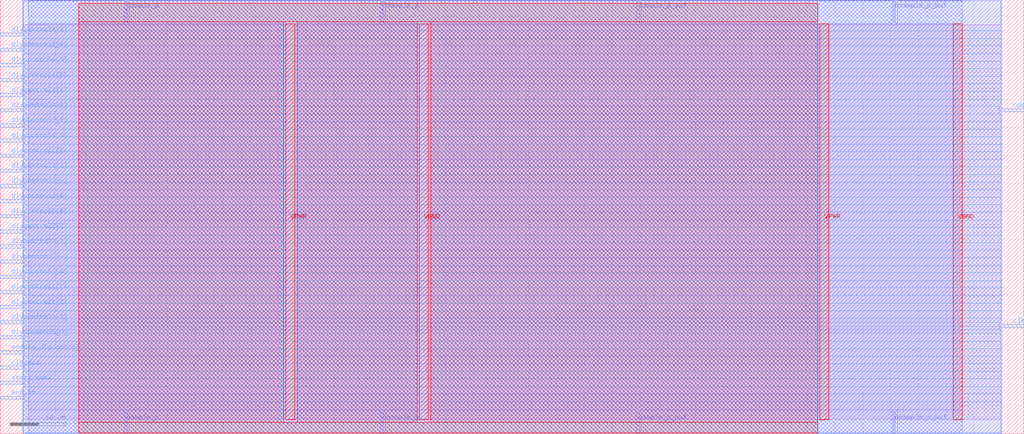
<source format=lef>
VERSION 5.7 ;
  NOWIREEXTENSIONATPIN ON ;
  DIVIDERCHAR "/" ;
  BUSBITCHARS "[]" ;
MACRO adc_clkgen_with_edgedetect
  CLASS BLOCK ;
  FOREIGN adc_clkgen_with_edgedetect ;
  ORIGIN 0.000 0.000 ;
  SIZE 184.000 BY 78.000 ;
  PIN VGND
    DIRECTION INOUT ;
    USE GROUND ;
    PORT
      LAYER met4 ;
        RECT 75.340 2.480 76.940 73.680 ;
    END
    PORT
      LAYER met4 ;
        RECT 171.340 2.480 172.940 73.680 ;
    END
  END VGND
  PIN VPWR
    DIRECTION INOUT ;
    USE POWER ;
    PORT
      LAYER met4 ;
        RECT 51.340 2.480 52.940 73.680 ;
    END
    PORT
      LAYER met4 ;
        RECT 147.340 2.480 148.940 73.680 ;
    END
  END VPWR
  PIN clk_comp
    DIRECTION OUTPUT TRISTATE ;
    USE SIGNAL ;
    PORT
      LAYER met3 ;
        RECT 180.000 19.080 184.000 19.680 ;
    END
  END clk_comp
  PIN clk_dig
    DIRECTION OUTPUT TRISTATE ;
    USE SIGNAL ;
    PORT
      LAYER met3 ;
        RECT 0.000 11.600 4.000 12.200 ;
    END
  END clk_dig
  PIN dlycontrol1[0]
    DIRECTION INPUT ;
    USE SIGNAL ;
    PORT
      LAYER met3 ;
        RECT 0.000 17.040 4.000 17.640 ;
    END
  END dlycontrol1[0]
  PIN dlycontrol1[1]
    DIRECTION INPUT ;
    USE SIGNAL ;
    PORT
      LAYER met3 ;
        RECT 0.000 19.760 4.000 20.360 ;
    END
  END dlycontrol1[1]
  PIN dlycontrol1[2]
    DIRECTION INPUT ;
    USE SIGNAL ;
    PORT
      LAYER met3 ;
        RECT 0.000 22.480 4.000 23.080 ;
    END
  END dlycontrol1[2]
  PIN dlycontrol1[3]
    DIRECTION INPUT ;
    USE SIGNAL ;
    PORT
      LAYER met3 ;
        RECT 0.000 25.200 4.000 25.800 ;
    END
  END dlycontrol1[3]
  PIN dlycontrol1[4]
    DIRECTION INPUT ;
    USE SIGNAL ;
    PORT
      LAYER met3 ;
        RECT 0.000 27.920 4.000 28.520 ;
    END
  END dlycontrol1[4]
  PIN dlycontrol2[0]
    DIRECTION INPUT ;
    USE SIGNAL ;
    PORT
      LAYER met3 ;
        RECT 0.000 30.640 4.000 31.240 ;
    END
  END dlycontrol2[0]
  PIN dlycontrol2[1]
    DIRECTION INPUT ;
    USE SIGNAL ;
    PORT
      LAYER met3 ;
        RECT 0.000 33.360 4.000 33.960 ;
    END
  END dlycontrol2[1]
  PIN dlycontrol2[2]
    DIRECTION INPUT ;
    USE SIGNAL ;
    PORT
      LAYER met3 ;
        RECT 0.000 36.080 4.000 36.680 ;
    END
  END dlycontrol2[2]
  PIN dlycontrol2[3]
    DIRECTION INPUT ;
    USE SIGNAL ;
    PORT
      LAYER met3 ;
        RECT 0.000 38.800 4.000 39.400 ;
    END
  END dlycontrol2[3]
  PIN dlycontrol2[4]
    DIRECTION INPUT ;
    USE SIGNAL ;
    PORT
      LAYER met3 ;
        RECT 0.000 41.520 4.000 42.120 ;
    END
  END dlycontrol2[4]
  PIN dlycontrol3[0]
    DIRECTION INPUT ;
    USE SIGNAL ;
    PORT
      LAYER met3 ;
        RECT 0.000 44.240 4.000 44.840 ;
    END
  END dlycontrol3[0]
  PIN dlycontrol3[1]
    DIRECTION INPUT ;
    USE SIGNAL ;
    PORT
      LAYER met3 ;
        RECT 0.000 46.960 4.000 47.560 ;
    END
  END dlycontrol3[1]
  PIN dlycontrol3[2]
    DIRECTION INPUT ;
    USE SIGNAL ;
    PORT
      LAYER met3 ;
        RECT 0.000 49.680 4.000 50.280 ;
    END
  END dlycontrol3[2]
  PIN dlycontrol3[3]
    DIRECTION INPUT ;
    USE SIGNAL ;
    PORT
      LAYER met3 ;
        RECT 0.000 52.400 4.000 53.000 ;
    END
  END dlycontrol3[3]
  PIN dlycontrol3[4]
    DIRECTION INPUT ;
    USE SIGNAL ;
    PORT
      LAYER met3 ;
        RECT 0.000 55.120 4.000 55.720 ;
    END
  END dlycontrol3[4]
  PIN dlycontrol4[0]
    DIRECTION INPUT ;
    USE SIGNAL ;
    PORT
      LAYER met3 ;
        RECT 0.000 57.840 4.000 58.440 ;
    END
  END dlycontrol4[0]
  PIN dlycontrol4[1]
    DIRECTION INPUT ;
    USE SIGNAL ;
    PORT
      LAYER met3 ;
        RECT 0.000 60.560 4.000 61.160 ;
    END
  END dlycontrol4[1]
  PIN dlycontrol4[2]
    DIRECTION INPUT ;
    USE SIGNAL ;
    PORT
      LAYER met3 ;
        RECT 0.000 63.280 4.000 63.880 ;
    END
  END dlycontrol4[2]
  PIN dlycontrol4[3]
    DIRECTION INPUT ;
    USE SIGNAL ;
    PORT
      LAYER met3 ;
        RECT 0.000 66.000 4.000 66.600 ;
    END
  END dlycontrol4[3]
  PIN dlycontrol4[4]
    DIRECTION INPUT ;
    USE SIGNAL ;
    PORT
      LAYER met3 ;
        RECT 0.000 68.720 4.000 69.320 ;
    END
  END dlycontrol4[4]
  PIN dlycontrol4[5]
    DIRECTION INPUT ;
    USE SIGNAL ;
    PORT
      LAYER met3 ;
        RECT 0.000 71.440 4.000 72.040 ;
    END
  END dlycontrol4[5]
  PIN ena_in
    DIRECTION INPUT ;
    USE SIGNAL ;
    PORT
      LAYER met3 ;
        RECT 0.000 6.160 4.000 6.760 ;
    END
  END ena_in
  PIN enable_dlycontrol
    DIRECTION INPUT ;
    USE SIGNAL ;
    PORT
      LAYER met3 ;
        RECT 0.000 14.320 4.000 14.920 ;
    END
  END enable_dlycontrol
  PIN ndecision_finish
    DIRECTION INPUT ;
    USE SIGNAL ;
    PORT
      LAYER met3 ;
        RECT 180.000 57.840 184.000 58.440 ;
    END
  END ndecision_finish
  PIN nsample_n
    DIRECTION INPUT ;
    USE SIGNAL ;
    PORT
      LAYER met2 ;
        RECT 68.630 0.000 68.910 4.000 ;
    END
  END nsample_n
  PIN nsample_n_buf
    DIRECTION OUTPUT TRISTATE ;
    USE SIGNAL ;
    PORT
      LAYER met2 ;
        RECT 160.630 0.000 160.910 4.000 ;
    END
  END nsample_n_buf
  PIN nsample_p
    DIRECTION INPUT ;
    USE SIGNAL ;
    PORT
      LAYER met2 ;
        RECT 68.630 74.000 68.910 78.000 ;
    END
  END nsample_p
  PIN nsample_p_buf
    DIRECTION OUTPUT TRISTATE ;
    USE SIGNAL ;
    PORT
      LAYER met2 ;
        RECT 160.630 74.000 160.910 78.000 ;
    END
  END nsample_p_buf
  PIN sample_n
    DIRECTION INPUT ;
    USE SIGNAL ;
    PORT
      LAYER met2 ;
        RECT 22.630 0.000 22.910 4.000 ;
    END
  END sample_n
  PIN sample_n_buf
    DIRECTION OUTPUT TRISTATE ;
    USE SIGNAL ;
    PORT
      LAYER met2 ;
        RECT 114.630 0.000 114.910 4.000 ;
    END
  END sample_n_buf
  PIN sample_p
    DIRECTION INPUT ;
    USE SIGNAL ;
    PORT
      LAYER met2 ;
        RECT 22.630 74.000 22.910 78.000 ;
    END
  END sample_p
  PIN sample_p_buf
    DIRECTION OUTPUT TRISTATE ;
    USE SIGNAL ;
    PORT
      LAYER met2 ;
        RECT 114.630 74.000 114.910 78.000 ;
    END
  END sample_p_buf
  PIN start_conv
    DIRECTION INPUT ;
    USE SIGNAL ;
    PORT
      LAYER met3 ;
        RECT 0.000 8.880 4.000 9.480 ;
    END
  END start_conv
  OBS
      LAYER li1 ;
        RECT 4.140 2.635 179.860 73.525 ;
      LAYER met1 ;
        RECT 4.140 0.040 179.860 77.820 ;
      LAYER met2 ;
        RECT 5.160 73.720 22.350 77.930 ;
        RECT 23.190 73.720 68.350 77.930 ;
        RECT 69.190 73.720 114.350 77.930 ;
        RECT 115.190 73.720 160.350 77.930 ;
        RECT 161.190 73.720 172.910 77.930 ;
        RECT 5.160 4.280 172.910 73.720 ;
        RECT 5.160 0.010 22.350 4.280 ;
        RECT 23.190 0.010 68.350 4.280 ;
        RECT 69.190 0.010 114.350 4.280 ;
        RECT 115.190 0.010 160.350 4.280 ;
        RECT 161.190 0.010 172.910 4.280 ;
      LAYER met3 ;
        RECT 48.840 78.000 61.330 78.010 ;
        RECT 64.710 78.000 74.210 78.010 ;
        RECT 74.600 78.000 138.380 78.010 ;
        RECT 4.000 72.440 180.000 78.000 ;
        RECT 4.400 71.040 180.000 72.440 ;
        RECT 4.000 69.720 180.000 71.040 ;
        RECT 4.400 68.320 180.000 69.720 ;
        RECT 4.000 67.000 180.000 68.320 ;
        RECT 4.400 65.600 180.000 67.000 ;
        RECT 4.000 64.280 180.000 65.600 ;
        RECT 4.400 62.880 180.000 64.280 ;
        RECT 4.000 61.560 180.000 62.880 ;
        RECT 4.400 60.160 180.000 61.560 ;
        RECT 4.000 58.840 180.000 60.160 ;
        RECT 4.400 57.440 179.600 58.840 ;
        RECT 4.000 56.120 180.000 57.440 ;
        RECT 4.400 54.720 180.000 56.120 ;
        RECT 4.000 53.400 180.000 54.720 ;
        RECT 4.400 52.000 180.000 53.400 ;
        RECT 4.000 50.680 180.000 52.000 ;
        RECT 4.400 49.280 180.000 50.680 ;
        RECT 4.000 47.960 180.000 49.280 ;
        RECT 4.400 46.560 180.000 47.960 ;
        RECT 4.000 45.240 180.000 46.560 ;
        RECT 4.400 43.840 180.000 45.240 ;
        RECT 4.000 42.520 180.000 43.840 ;
        RECT 4.400 41.120 180.000 42.520 ;
        RECT 4.000 39.800 180.000 41.120 ;
        RECT 4.400 38.400 180.000 39.800 ;
        RECT 4.000 37.080 180.000 38.400 ;
        RECT 4.400 35.680 180.000 37.080 ;
        RECT 4.000 34.360 180.000 35.680 ;
        RECT 4.400 32.960 180.000 34.360 ;
        RECT 4.000 31.640 180.000 32.960 ;
        RECT 4.400 30.240 180.000 31.640 ;
        RECT 4.000 28.920 180.000 30.240 ;
        RECT 4.400 27.520 180.000 28.920 ;
        RECT 4.000 26.200 180.000 27.520 ;
        RECT 4.400 24.800 180.000 26.200 ;
        RECT 4.000 23.480 180.000 24.800 ;
        RECT 4.400 22.080 180.000 23.480 ;
        RECT 4.000 20.760 180.000 22.080 ;
        RECT 4.400 20.080 180.000 20.760 ;
        RECT 4.400 19.360 179.600 20.080 ;
        RECT 4.000 18.680 179.600 19.360 ;
        RECT 4.000 18.040 180.000 18.680 ;
        RECT 4.400 16.640 180.000 18.040 ;
        RECT 4.000 15.320 180.000 16.640 ;
        RECT 4.400 13.920 180.000 15.320 ;
        RECT 4.000 12.600 180.000 13.920 ;
        RECT 4.400 11.200 180.000 12.600 ;
        RECT 4.000 9.880 180.000 11.200 ;
        RECT 4.400 8.480 180.000 9.880 ;
        RECT 4.000 7.160 180.000 8.480 ;
        RECT 4.400 5.760 180.000 7.160 ;
        RECT 4.000 0.175 180.000 5.760 ;
      LAYER met4 ;
        RECT 14.095 74.080 146.905 77.345 ;
        RECT 14.095 2.080 50.940 74.080 ;
        RECT 53.340 2.080 74.940 74.080 ;
        RECT 77.340 2.080 146.905 74.080 ;
        RECT 14.095 0.175 146.905 2.080 ;
  END
END adc_clkgen_with_edgedetect
END LIBRARY


</source>
